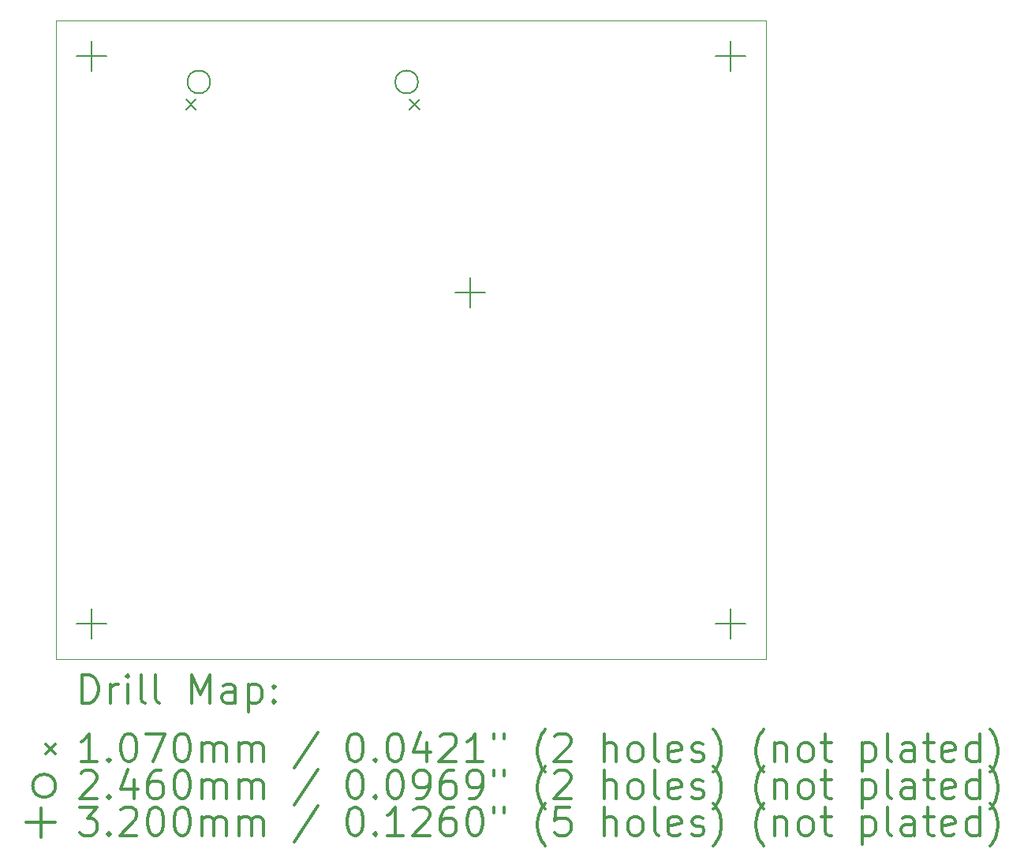
<source format=gbr>
%FSLAX45Y45*%
G04 Gerber Fmt 4.5, Leading zero omitted, Abs format (unit mm)*
G04 Created by KiCad (PCBNEW 5.1.12-84ad8e8a86~92~ubuntu20.04.1) date 2021-12-18 18:34:45*
%MOMM*%
%LPD*%
G01*
G04 APERTURE LIST*
%TA.AperFunction,Profile*%
%ADD10C,0.050000*%
%TD*%
%ADD11C,0.200000*%
%ADD12C,0.300000*%
G04 APERTURE END LIST*
D10*
X9334500Y-13462000D02*
X16954500Y-13462000D01*
X16954500Y-13462000D02*
X16954500Y-6604000D01*
X9334500Y-6604000D02*
X9334500Y-13462000D01*
X16954500Y-6604000D02*
X9334500Y-6604000D01*
D11*
X10730500Y-7452500D02*
X10837500Y-7559500D01*
X10837500Y-7452500D02*
X10730500Y-7559500D01*
X13130500Y-7452500D02*
X13237500Y-7559500D01*
X13237500Y-7452500D02*
X13130500Y-7559500D01*
X10992000Y-7262000D02*
G75*
G03*
X10992000Y-7262000I-123000J0D01*
G01*
X13222000Y-7262000D02*
G75*
G03*
X13222000Y-7262000I-123000J0D01*
G01*
X9715500Y-6825000D02*
X9715500Y-7145000D01*
X9555500Y-6985000D02*
X9875500Y-6985000D01*
X9715500Y-12921000D02*
X9715500Y-13241000D01*
X9555500Y-13081000D02*
X9875500Y-13081000D01*
X13779500Y-9365000D02*
X13779500Y-9685000D01*
X13619500Y-9525000D02*
X13939500Y-9525000D01*
X16573500Y-6825000D02*
X16573500Y-7145000D01*
X16413500Y-6985000D02*
X16733500Y-6985000D01*
X16573500Y-12921000D02*
X16573500Y-13241000D01*
X16413500Y-13081000D02*
X16733500Y-13081000D01*
D12*
X9618428Y-13930214D02*
X9618428Y-13630214D01*
X9689857Y-13630214D01*
X9732714Y-13644500D01*
X9761286Y-13673071D01*
X9775571Y-13701643D01*
X9789857Y-13758786D01*
X9789857Y-13801643D01*
X9775571Y-13858786D01*
X9761286Y-13887357D01*
X9732714Y-13915929D01*
X9689857Y-13930214D01*
X9618428Y-13930214D01*
X9918428Y-13930214D02*
X9918428Y-13730214D01*
X9918428Y-13787357D02*
X9932714Y-13758786D01*
X9947000Y-13744500D01*
X9975571Y-13730214D01*
X10004143Y-13730214D01*
X10104143Y-13930214D02*
X10104143Y-13730214D01*
X10104143Y-13630214D02*
X10089857Y-13644500D01*
X10104143Y-13658786D01*
X10118428Y-13644500D01*
X10104143Y-13630214D01*
X10104143Y-13658786D01*
X10289857Y-13930214D02*
X10261286Y-13915929D01*
X10247000Y-13887357D01*
X10247000Y-13630214D01*
X10447000Y-13930214D02*
X10418428Y-13915929D01*
X10404143Y-13887357D01*
X10404143Y-13630214D01*
X10789857Y-13930214D02*
X10789857Y-13630214D01*
X10889857Y-13844500D01*
X10989857Y-13630214D01*
X10989857Y-13930214D01*
X11261286Y-13930214D02*
X11261286Y-13773071D01*
X11247000Y-13744500D01*
X11218428Y-13730214D01*
X11161286Y-13730214D01*
X11132714Y-13744500D01*
X11261286Y-13915929D02*
X11232714Y-13930214D01*
X11161286Y-13930214D01*
X11132714Y-13915929D01*
X11118428Y-13887357D01*
X11118428Y-13858786D01*
X11132714Y-13830214D01*
X11161286Y-13815929D01*
X11232714Y-13815929D01*
X11261286Y-13801643D01*
X11404143Y-13730214D02*
X11404143Y-14030214D01*
X11404143Y-13744500D02*
X11432714Y-13730214D01*
X11489857Y-13730214D01*
X11518428Y-13744500D01*
X11532714Y-13758786D01*
X11547000Y-13787357D01*
X11547000Y-13873071D01*
X11532714Y-13901643D01*
X11518428Y-13915929D01*
X11489857Y-13930214D01*
X11432714Y-13930214D01*
X11404143Y-13915929D01*
X11675571Y-13901643D02*
X11689857Y-13915929D01*
X11675571Y-13930214D01*
X11661286Y-13915929D01*
X11675571Y-13901643D01*
X11675571Y-13930214D01*
X11675571Y-13744500D02*
X11689857Y-13758786D01*
X11675571Y-13773071D01*
X11661286Y-13758786D01*
X11675571Y-13744500D01*
X11675571Y-13773071D01*
X9225000Y-14371000D02*
X9332000Y-14478000D01*
X9332000Y-14371000D02*
X9225000Y-14478000D01*
X9775571Y-14560214D02*
X9604143Y-14560214D01*
X9689857Y-14560214D02*
X9689857Y-14260214D01*
X9661286Y-14303071D01*
X9632714Y-14331643D01*
X9604143Y-14345929D01*
X9904143Y-14531643D02*
X9918428Y-14545929D01*
X9904143Y-14560214D01*
X9889857Y-14545929D01*
X9904143Y-14531643D01*
X9904143Y-14560214D01*
X10104143Y-14260214D02*
X10132714Y-14260214D01*
X10161286Y-14274500D01*
X10175571Y-14288786D01*
X10189857Y-14317357D01*
X10204143Y-14374500D01*
X10204143Y-14445929D01*
X10189857Y-14503071D01*
X10175571Y-14531643D01*
X10161286Y-14545929D01*
X10132714Y-14560214D01*
X10104143Y-14560214D01*
X10075571Y-14545929D01*
X10061286Y-14531643D01*
X10047000Y-14503071D01*
X10032714Y-14445929D01*
X10032714Y-14374500D01*
X10047000Y-14317357D01*
X10061286Y-14288786D01*
X10075571Y-14274500D01*
X10104143Y-14260214D01*
X10304143Y-14260214D02*
X10504143Y-14260214D01*
X10375571Y-14560214D01*
X10675571Y-14260214D02*
X10704143Y-14260214D01*
X10732714Y-14274500D01*
X10747000Y-14288786D01*
X10761286Y-14317357D01*
X10775571Y-14374500D01*
X10775571Y-14445929D01*
X10761286Y-14503071D01*
X10747000Y-14531643D01*
X10732714Y-14545929D01*
X10704143Y-14560214D01*
X10675571Y-14560214D01*
X10647000Y-14545929D01*
X10632714Y-14531643D01*
X10618428Y-14503071D01*
X10604143Y-14445929D01*
X10604143Y-14374500D01*
X10618428Y-14317357D01*
X10632714Y-14288786D01*
X10647000Y-14274500D01*
X10675571Y-14260214D01*
X10904143Y-14560214D02*
X10904143Y-14360214D01*
X10904143Y-14388786D02*
X10918428Y-14374500D01*
X10947000Y-14360214D01*
X10989857Y-14360214D01*
X11018428Y-14374500D01*
X11032714Y-14403071D01*
X11032714Y-14560214D01*
X11032714Y-14403071D02*
X11047000Y-14374500D01*
X11075571Y-14360214D01*
X11118428Y-14360214D01*
X11147000Y-14374500D01*
X11161286Y-14403071D01*
X11161286Y-14560214D01*
X11304143Y-14560214D02*
X11304143Y-14360214D01*
X11304143Y-14388786D02*
X11318428Y-14374500D01*
X11347000Y-14360214D01*
X11389857Y-14360214D01*
X11418428Y-14374500D01*
X11432714Y-14403071D01*
X11432714Y-14560214D01*
X11432714Y-14403071D02*
X11447000Y-14374500D01*
X11475571Y-14360214D01*
X11518428Y-14360214D01*
X11547000Y-14374500D01*
X11561286Y-14403071D01*
X11561286Y-14560214D01*
X12147000Y-14245929D02*
X11889857Y-14631643D01*
X12532714Y-14260214D02*
X12561286Y-14260214D01*
X12589857Y-14274500D01*
X12604143Y-14288786D01*
X12618428Y-14317357D01*
X12632714Y-14374500D01*
X12632714Y-14445929D01*
X12618428Y-14503071D01*
X12604143Y-14531643D01*
X12589857Y-14545929D01*
X12561286Y-14560214D01*
X12532714Y-14560214D01*
X12504143Y-14545929D01*
X12489857Y-14531643D01*
X12475571Y-14503071D01*
X12461286Y-14445929D01*
X12461286Y-14374500D01*
X12475571Y-14317357D01*
X12489857Y-14288786D01*
X12504143Y-14274500D01*
X12532714Y-14260214D01*
X12761286Y-14531643D02*
X12775571Y-14545929D01*
X12761286Y-14560214D01*
X12747000Y-14545929D01*
X12761286Y-14531643D01*
X12761286Y-14560214D01*
X12961286Y-14260214D02*
X12989857Y-14260214D01*
X13018428Y-14274500D01*
X13032714Y-14288786D01*
X13047000Y-14317357D01*
X13061286Y-14374500D01*
X13061286Y-14445929D01*
X13047000Y-14503071D01*
X13032714Y-14531643D01*
X13018428Y-14545929D01*
X12989857Y-14560214D01*
X12961286Y-14560214D01*
X12932714Y-14545929D01*
X12918428Y-14531643D01*
X12904143Y-14503071D01*
X12889857Y-14445929D01*
X12889857Y-14374500D01*
X12904143Y-14317357D01*
X12918428Y-14288786D01*
X12932714Y-14274500D01*
X12961286Y-14260214D01*
X13318428Y-14360214D02*
X13318428Y-14560214D01*
X13247000Y-14245929D02*
X13175571Y-14460214D01*
X13361286Y-14460214D01*
X13461286Y-14288786D02*
X13475571Y-14274500D01*
X13504143Y-14260214D01*
X13575571Y-14260214D01*
X13604143Y-14274500D01*
X13618428Y-14288786D01*
X13632714Y-14317357D01*
X13632714Y-14345929D01*
X13618428Y-14388786D01*
X13447000Y-14560214D01*
X13632714Y-14560214D01*
X13918428Y-14560214D02*
X13747000Y-14560214D01*
X13832714Y-14560214D02*
X13832714Y-14260214D01*
X13804143Y-14303071D01*
X13775571Y-14331643D01*
X13747000Y-14345929D01*
X14032714Y-14260214D02*
X14032714Y-14317357D01*
X14147000Y-14260214D02*
X14147000Y-14317357D01*
X14589857Y-14674500D02*
X14575571Y-14660214D01*
X14547000Y-14617357D01*
X14532714Y-14588786D01*
X14518428Y-14545929D01*
X14504143Y-14474500D01*
X14504143Y-14417357D01*
X14518428Y-14345929D01*
X14532714Y-14303071D01*
X14547000Y-14274500D01*
X14575571Y-14231643D01*
X14589857Y-14217357D01*
X14689857Y-14288786D02*
X14704143Y-14274500D01*
X14732714Y-14260214D01*
X14804143Y-14260214D01*
X14832714Y-14274500D01*
X14847000Y-14288786D01*
X14861286Y-14317357D01*
X14861286Y-14345929D01*
X14847000Y-14388786D01*
X14675571Y-14560214D01*
X14861286Y-14560214D01*
X15218428Y-14560214D02*
X15218428Y-14260214D01*
X15347000Y-14560214D02*
X15347000Y-14403071D01*
X15332714Y-14374500D01*
X15304143Y-14360214D01*
X15261286Y-14360214D01*
X15232714Y-14374500D01*
X15218428Y-14388786D01*
X15532714Y-14560214D02*
X15504143Y-14545929D01*
X15489857Y-14531643D01*
X15475571Y-14503071D01*
X15475571Y-14417357D01*
X15489857Y-14388786D01*
X15504143Y-14374500D01*
X15532714Y-14360214D01*
X15575571Y-14360214D01*
X15604143Y-14374500D01*
X15618428Y-14388786D01*
X15632714Y-14417357D01*
X15632714Y-14503071D01*
X15618428Y-14531643D01*
X15604143Y-14545929D01*
X15575571Y-14560214D01*
X15532714Y-14560214D01*
X15804143Y-14560214D02*
X15775571Y-14545929D01*
X15761286Y-14517357D01*
X15761286Y-14260214D01*
X16032714Y-14545929D02*
X16004143Y-14560214D01*
X15947000Y-14560214D01*
X15918428Y-14545929D01*
X15904143Y-14517357D01*
X15904143Y-14403071D01*
X15918428Y-14374500D01*
X15947000Y-14360214D01*
X16004143Y-14360214D01*
X16032714Y-14374500D01*
X16047000Y-14403071D01*
X16047000Y-14431643D01*
X15904143Y-14460214D01*
X16161286Y-14545929D02*
X16189857Y-14560214D01*
X16247000Y-14560214D01*
X16275571Y-14545929D01*
X16289857Y-14517357D01*
X16289857Y-14503071D01*
X16275571Y-14474500D01*
X16247000Y-14460214D01*
X16204143Y-14460214D01*
X16175571Y-14445929D01*
X16161286Y-14417357D01*
X16161286Y-14403071D01*
X16175571Y-14374500D01*
X16204143Y-14360214D01*
X16247000Y-14360214D01*
X16275571Y-14374500D01*
X16389857Y-14674500D02*
X16404143Y-14660214D01*
X16432714Y-14617357D01*
X16447000Y-14588786D01*
X16461286Y-14545929D01*
X16475571Y-14474500D01*
X16475571Y-14417357D01*
X16461286Y-14345929D01*
X16447000Y-14303071D01*
X16432714Y-14274500D01*
X16404143Y-14231643D01*
X16389857Y-14217357D01*
X16932714Y-14674500D02*
X16918428Y-14660214D01*
X16889857Y-14617357D01*
X16875571Y-14588786D01*
X16861286Y-14545929D01*
X16847000Y-14474500D01*
X16847000Y-14417357D01*
X16861286Y-14345929D01*
X16875571Y-14303071D01*
X16889857Y-14274500D01*
X16918428Y-14231643D01*
X16932714Y-14217357D01*
X17047000Y-14360214D02*
X17047000Y-14560214D01*
X17047000Y-14388786D02*
X17061286Y-14374500D01*
X17089857Y-14360214D01*
X17132714Y-14360214D01*
X17161286Y-14374500D01*
X17175571Y-14403071D01*
X17175571Y-14560214D01*
X17361286Y-14560214D02*
X17332714Y-14545929D01*
X17318428Y-14531643D01*
X17304143Y-14503071D01*
X17304143Y-14417357D01*
X17318428Y-14388786D01*
X17332714Y-14374500D01*
X17361286Y-14360214D01*
X17404143Y-14360214D01*
X17432714Y-14374500D01*
X17447000Y-14388786D01*
X17461286Y-14417357D01*
X17461286Y-14503071D01*
X17447000Y-14531643D01*
X17432714Y-14545929D01*
X17404143Y-14560214D01*
X17361286Y-14560214D01*
X17547000Y-14360214D02*
X17661286Y-14360214D01*
X17589857Y-14260214D02*
X17589857Y-14517357D01*
X17604143Y-14545929D01*
X17632714Y-14560214D01*
X17661286Y-14560214D01*
X17989857Y-14360214D02*
X17989857Y-14660214D01*
X17989857Y-14374500D02*
X18018428Y-14360214D01*
X18075571Y-14360214D01*
X18104143Y-14374500D01*
X18118428Y-14388786D01*
X18132714Y-14417357D01*
X18132714Y-14503071D01*
X18118428Y-14531643D01*
X18104143Y-14545929D01*
X18075571Y-14560214D01*
X18018428Y-14560214D01*
X17989857Y-14545929D01*
X18304143Y-14560214D02*
X18275571Y-14545929D01*
X18261286Y-14517357D01*
X18261286Y-14260214D01*
X18547000Y-14560214D02*
X18547000Y-14403071D01*
X18532714Y-14374500D01*
X18504143Y-14360214D01*
X18447000Y-14360214D01*
X18418428Y-14374500D01*
X18547000Y-14545929D02*
X18518428Y-14560214D01*
X18447000Y-14560214D01*
X18418428Y-14545929D01*
X18404143Y-14517357D01*
X18404143Y-14488786D01*
X18418428Y-14460214D01*
X18447000Y-14445929D01*
X18518428Y-14445929D01*
X18547000Y-14431643D01*
X18647000Y-14360214D02*
X18761286Y-14360214D01*
X18689857Y-14260214D02*
X18689857Y-14517357D01*
X18704143Y-14545929D01*
X18732714Y-14560214D01*
X18761286Y-14560214D01*
X18975571Y-14545929D02*
X18947000Y-14560214D01*
X18889857Y-14560214D01*
X18861286Y-14545929D01*
X18847000Y-14517357D01*
X18847000Y-14403071D01*
X18861286Y-14374500D01*
X18889857Y-14360214D01*
X18947000Y-14360214D01*
X18975571Y-14374500D01*
X18989857Y-14403071D01*
X18989857Y-14431643D01*
X18847000Y-14460214D01*
X19247000Y-14560214D02*
X19247000Y-14260214D01*
X19247000Y-14545929D02*
X19218428Y-14560214D01*
X19161286Y-14560214D01*
X19132714Y-14545929D01*
X19118428Y-14531643D01*
X19104143Y-14503071D01*
X19104143Y-14417357D01*
X19118428Y-14388786D01*
X19132714Y-14374500D01*
X19161286Y-14360214D01*
X19218428Y-14360214D01*
X19247000Y-14374500D01*
X19361286Y-14674500D02*
X19375571Y-14660214D01*
X19404143Y-14617357D01*
X19418428Y-14588786D01*
X19432714Y-14545929D01*
X19447000Y-14474500D01*
X19447000Y-14417357D01*
X19432714Y-14345929D01*
X19418428Y-14303071D01*
X19404143Y-14274500D01*
X19375571Y-14231643D01*
X19361286Y-14217357D01*
X9332000Y-14820500D02*
G75*
G03*
X9332000Y-14820500I-123000J0D01*
G01*
X9604143Y-14684786D02*
X9618428Y-14670500D01*
X9647000Y-14656214D01*
X9718428Y-14656214D01*
X9747000Y-14670500D01*
X9761286Y-14684786D01*
X9775571Y-14713357D01*
X9775571Y-14741929D01*
X9761286Y-14784786D01*
X9589857Y-14956214D01*
X9775571Y-14956214D01*
X9904143Y-14927643D02*
X9918428Y-14941929D01*
X9904143Y-14956214D01*
X9889857Y-14941929D01*
X9904143Y-14927643D01*
X9904143Y-14956214D01*
X10175571Y-14756214D02*
X10175571Y-14956214D01*
X10104143Y-14641929D02*
X10032714Y-14856214D01*
X10218428Y-14856214D01*
X10461286Y-14656214D02*
X10404143Y-14656214D01*
X10375571Y-14670500D01*
X10361286Y-14684786D01*
X10332714Y-14727643D01*
X10318428Y-14784786D01*
X10318428Y-14899071D01*
X10332714Y-14927643D01*
X10347000Y-14941929D01*
X10375571Y-14956214D01*
X10432714Y-14956214D01*
X10461286Y-14941929D01*
X10475571Y-14927643D01*
X10489857Y-14899071D01*
X10489857Y-14827643D01*
X10475571Y-14799071D01*
X10461286Y-14784786D01*
X10432714Y-14770500D01*
X10375571Y-14770500D01*
X10347000Y-14784786D01*
X10332714Y-14799071D01*
X10318428Y-14827643D01*
X10675571Y-14656214D02*
X10704143Y-14656214D01*
X10732714Y-14670500D01*
X10747000Y-14684786D01*
X10761286Y-14713357D01*
X10775571Y-14770500D01*
X10775571Y-14841929D01*
X10761286Y-14899071D01*
X10747000Y-14927643D01*
X10732714Y-14941929D01*
X10704143Y-14956214D01*
X10675571Y-14956214D01*
X10647000Y-14941929D01*
X10632714Y-14927643D01*
X10618428Y-14899071D01*
X10604143Y-14841929D01*
X10604143Y-14770500D01*
X10618428Y-14713357D01*
X10632714Y-14684786D01*
X10647000Y-14670500D01*
X10675571Y-14656214D01*
X10904143Y-14956214D02*
X10904143Y-14756214D01*
X10904143Y-14784786D02*
X10918428Y-14770500D01*
X10947000Y-14756214D01*
X10989857Y-14756214D01*
X11018428Y-14770500D01*
X11032714Y-14799071D01*
X11032714Y-14956214D01*
X11032714Y-14799071D02*
X11047000Y-14770500D01*
X11075571Y-14756214D01*
X11118428Y-14756214D01*
X11147000Y-14770500D01*
X11161286Y-14799071D01*
X11161286Y-14956214D01*
X11304143Y-14956214D02*
X11304143Y-14756214D01*
X11304143Y-14784786D02*
X11318428Y-14770500D01*
X11347000Y-14756214D01*
X11389857Y-14756214D01*
X11418428Y-14770500D01*
X11432714Y-14799071D01*
X11432714Y-14956214D01*
X11432714Y-14799071D02*
X11447000Y-14770500D01*
X11475571Y-14756214D01*
X11518428Y-14756214D01*
X11547000Y-14770500D01*
X11561286Y-14799071D01*
X11561286Y-14956214D01*
X12147000Y-14641929D02*
X11889857Y-15027643D01*
X12532714Y-14656214D02*
X12561286Y-14656214D01*
X12589857Y-14670500D01*
X12604143Y-14684786D01*
X12618428Y-14713357D01*
X12632714Y-14770500D01*
X12632714Y-14841929D01*
X12618428Y-14899071D01*
X12604143Y-14927643D01*
X12589857Y-14941929D01*
X12561286Y-14956214D01*
X12532714Y-14956214D01*
X12504143Y-14941929D01*
X12489857Y-14927643D01*
X12475571Y-14899071D01*
X12461286Y-14841929D01*
X12461286Y-14770500D01*
X12475571Y-14713357D01*
X12489857Y-14684786D01*
X12504143Y-14670500D01*
X12532714Y-14656214D01*
X12761286Y-14927643D02*
X12775571Y-14941929D01*
X12761286Y-14956214D01*
X12747000Y-14941929D01*
X12761286Y-14927643D01*
X12761286Y-14956214D01*
X12961286Y-14656214D02*
X12989857Y-14656214D01*
X13018428Y-14670500D01*
X13032714Y-14684786D01*
X13047000Y-14713357D01*
X13061286Y-14770500D01*
X13061286Y-14841929D01*
X13047000Y-14899071D01*
X13032714Y-14927643D01*
X13018428Y-14941929D01*
X12989857Y-14956214D01*
X12961286Y-14956214D01*
X12932714Y-14941929D01*
X12918428Y-14927643D01*
X12904143Y-14899071D01*
X12889857Y-14841929D01*
X12889857Y-14770500D01*
X12904143Y-14713357D01*
X12918428Y-14684786D01*
X12932714Y-14670500D01*
X12961286Y-14656214D01*
X13204143Y-14956214D02*
X13261286Y-14956214D01*
X13289857Y-14941929D01*
X13304143Y-14927643D01*
X13332714Y-14884786D01*
X13347000Y-14827643D01*
X13347000Y-14713357D01*
X13332714Y-14684786D01*
X13318428Y-14670500D01*
X13289857Y-14656214D01*
X13232714Y-14656214D01*
X13204143Y-14670500D01*
X13189857Y-14684786D01*
X13175571Y-14713357D01*
X13175571Y-14784786D01*
X13189857Y-14813357D01*
X13204143Y-14827643D01*
X13232714Y-14841929D01*
X13289857Y-14841929D01*
X13318428Y-14827643D01*
X13332714Y-14813357D01*
X13347000Y-14784786D01*
X13604143Y-14656214D02*
X13547000Y-14656214D01*
X13518428Y-14670500D01*
X13504143Y-14684786D01*
X13475571Y-14727643D01*
X13461286Y-14784786D01*
X13461286Y-14899071D01*
X13475571Y-14927643D01*
X13489857Y-14941929D01*
X13518428Y-14956214D01*
X13575571Y-14956214D01*
X13604143Y-14941929D01*
X13618428Y-14927643D01*
X13632714Y-14899071D01*
X13632714Y-14827643D01*
X13618428Y-14799071D01*
X13604143Y-14784786D01*
X13575571Y-14770500D01*
X13518428Y-14770500D01*
X13489857Y-14784786D01*
X13475571Y-14799071D01*
X13461286Y-14827643D01*
X13775571Y-14956214D02*
X13832714Y-14956214D01*
X13861286Y-14941929D01*
X13875571Y-14927643D01*
X13904143Y-14884786D01*
X13918428Y-14827643D01*
X13918428Y-14713357D01*
X13904143Y-14684786D01*
X13889857Y-14670500D01*
X13861286Y-14656214D01*
X13804143Y-14656214D01*
X13775571Y-14670500D01*
X13761286Y-14684786D01*
X13747000Y-14713357D01*
X13747000Y-14784786D01*
X13761286Y-14813357D01*
X13775571Y-14827643D01*
X13804143Y-14841929D01*
X13861286Y-14841929D01*
X13889857Y-14827643D01*
X13904143Y-14813357D01*
X13918428Y-14784786D01*
X14032714Y-14656214D02*
X14032714Y-14713357D01*
X14147000Y-14656214D02*
X14147000Y-14713357D01*
X14589857Y-15070500D02*
X14575571Y-15056214D01*
X14547000Y-15013357D01*
X14532714Y-14984786D01*
X14518428Y-14941929D01*
X14504143Y-14870500D01*
X14504143Y-14813357D01*
X14518428Y-14741929D01*
X14532714Y-14699071D01*
X14547000Y-14670500D01*
X14575571Y-14627643D01*
X14589857Y-14613357D01*
X14689857Y-14684786D02*
X14704143Y-14670500D01*
X14732714Y-14656214D01*
X14804143Y-14656214D01*
X14832714Y-14670500D01*
X14847000Y-14684786D01*
X14861286Y-14713357D01*
X14861286Y-14741929D01*
X14847000Y-14784786D01*
X14675571Y-14956214D01*
X14861286Y-14956214D01*
X15218428Y-14956214D02*
X15218428Y-14656214D01*
X15347000Y-14956214D02*
X15347000Y-14799071D01*
X15332714Y-14770500D01*
X15304143Y-14756214D01*
X15261286Y-14756214D01*
X15232714Y-14770500D01*
X15218428Y-14784786D01*
X15532714Y-14956214D02*
X15504143Y-14941929D01*
X15489857Y-14927643D01*
X15475571Y-14899071D01*
X15475571Y-14813357D01*
X15489857Y-14784786D01*
X15504143Y-14770500D01*
X15532714Y-14756214D01*
X15575571Y-14756214D01*
X15604143Y-14770500D01*
X15618428Y-14784786D01*
X15632714Y-14813357D01*
X15632714Y-14899071D01*
X15618428Y-14927643D01*
X15604143Y-14941929D01*
X15575571Y-14956214D01*
X15532714Y-14956214D01*
X15804143Y-14956214D02*
X15775571Y-14941929D01*
X15761286Y-14913357D01*
X15761286Y-14656214D01*
X16032714Y-14941929D02*
X16004143Y-14956214D01*
X15947000Y-14956214D01*
X15918428Y-14941929D01*
X15904143Y-14913357D01*
X15904143Y-14799071D01*
X15918428Y-14770500D01*
X15947000Y-14756214D01*
X16004143Y-14756214D01*
X16032714Y-14770500D01*
X16047000Y-14799071D01*
X16047000Y-14827643D01*
X15904143Y-14856214D01*
X16161286Y-14941929D02*
X16189857Y-14956214D01*
X16247000Y-14956214D01*
X16275571Y-14941929D01*
X16289857Y-14913357D01*
X16289857Y-14899071D01*
X16275571Y-14870500D01*
X16247000Y-14856214D01*
X16204143Y-14856214D01*
X16175571Y-14841929D01*
X16161286Y-14813357D01*
X16161286Y-14799071D01*
X16175571Y-14770500D01*
X16204143Y-14756214D01*
X16247000Y-14756214D01*
X16275571Y-14770500D01*
X16389857Y-15070500D02*
X16404143Y-15056214D01*
X16432714Y-15013357D01*
X16447000Y-14984786D01*
X16461286Y-14941929D01*
X16475571Y-14870500D01*
X16475571Y-14813357D01*
X16461286Y-14741929D01*
X16447000Y-14699071D01*
X16432714Y-14670500D01*
X16404143Y-14627643D01*
X16389857Y-14613357D01*
X16932714Y-15070500D02*
X16918428Y-15056214D01*
X16889857Y-15013357D01*
X16875571Y-14984786D01*
X16861286Y-14941929D01*
X16847000Y-14870500D01*
X16847000Y-14813357D01*
X16861286Y-14741929D01*
X16875571Y-14699071D01*
X16889857Y-14670500D01*
X16918428Y-14627643D01*
X16932714Y-14613357D01*
X17047000Y-14756214D02*
X17047000Y-14956214D01*
X17047000Y-14784786D02*
X17061286Y-14770500D01*
X17089857Y-14756214D01*
X17132714Y-14756214D01*
X17161286Y-14770500D01*
X17175571Y-14799071D01*
X17175571Y-14956214D01*
X17361286Y-14956214D02*
X17332714Y-14941929D01*
X17318428Y-14927643D01*
X17304143Y-14899071D01*
X17304143Y-14813357D01*
X17318428Y-14784786D01*
X17332714Y-14770500D01*
X17361286Y-14756214D01*
X17404143Y-14756214D01*
X17432714Y-14770500D01*
X17447000Y-14784786D01*
X17461286Y-14813357D01*
X17461286Y-14899071D01*
X17447000Y-14927643D01*
X17432714Y-14941929D01*
X17404143Y-14956214D01*
X17361286Y-14956214D01*
X17547000Y-14756214D02*
X17661286Y-14756214D01*
X17589857Y-14656214D02*
X17589857Y-14913357D01*
X17604143Y-14941929D01*
X17632714Y-14956214D01*
X17661286Y-14956214D01*
X17989857Y-14756214D02*
X17989857Y-15056214D01*
X17989857Y-14770500D02*
X18018428Y-14756214D01*
X18075571Y-14756214D01*
X18104143Y-14770500D01*
X18118428Y-14784786D01*
X18132714Y-14813357D01*
X18132714Y-14899071D01*
X18118428Y-14927643D01*
X18104143Y-14941929D01*
X18075571Y-14956214D01*
X18018428Y-14956214D01*
X17989857Y-14941929D01*
X18304143Y-14956214D02*
X18275571Y-14941929D01*
X18261286Y-14913357D01*
X18261286Y-14656214D01*
X18547000Y-14956214D02*
X18547000Y-14799071D01*
X18532714Y-14770500D01*
X18504143Y-14756214D01*
X18447000Y-14756214D01*
X18418428Y-14770500D01*
X18547000Y-14941929D02*
X18518428Y-14956214D01*
X18447000Y-14956214D01*
X18418428Y-14941929D01*
X18404143Y-14913357D01*
X18404143Y-14884786D01*
X18418428Y-14856214D01*
X18447000Y-14841929D01*
X18518428Y-14841929D01*
X18547000Y-14827643D01*
X18647000Y-14756214D02*
X18761286Y-14756214D01*
X18689857Y-14656214D02*
X18689857Y-14913357D01*
X18704143Y-14941929D01*
X18732714Y-14956214D01*
X18761286Y-14956214D01*
X18975571Y-14941929D02*
X18947000Y-14956214D01*
X18889857Y-14956214D01*
X18861286Y-14941929D01*
X18847000Y-14913357D01*
X18847000Y-14799071D01*
X18861286Y-14770500D01*
X18889857Y-14756214D01*
X18947000Y-14756214D01*
X18975571Y-14770500D01*
X18989857Y-14799071D01*
X18989857Y-14827643D01*
X18847000Y-14856214D01*
X19247000Y-14956214D02*
X19247000Y-14656214D01*
X19247000Y-14941929D02*
X19218428Y-14956214D01*
X19161286Y-14956214D01*
X19132714Y-14941929D01*
X19118428Y-14927643D01*
X19104143Y-14899071D01*
X19104143Y-14813357D01*
X19118428Y-14784786D01*
X19132714Y-14770500D01*
X19161286Y-14756214D01*
X19218428Y-14756214D01*
X19247000Y-14770500D01*
X19361286Y-15070500D02*
X19375571Y-15056214D01*
X19404143Y-15013357D01*
X19418428Y-14984786D01*
X19432714Y-14941929D01*
X19447000Y-14870500D01*
X19447000Y-14813357D01*
X19432714Y-14741929D01*
X19418428Y-14699071D01*
X19404143Y-14670500D01*
X19375571Y-14627643D01*
X19361286Y-14613357D01*
X9172000Y-15056500D02*
X9172000Y-15376500D01*
X9012000Y-15216500D02*
X9332000Y-15216500D01*
X9589857Y-15052214D02*
X9775571Y-15052214D01*
X9675571Y-15166500D01*
X9718428Y-15166500D01*
X9747000Y-15180786D01*
X9761286Y-15195071D01*
X9775571Y-15223643D01*
X9775571Y-15295071D01*
X9761286Y-15323643D01*
X9747000Y-15337929D01*
X9718428Y-15352214D01*
X9632714Y-15352214D01*
X9604143Y-15337929D01*
X9589857Y-15323643D01*
X9904143Y-15323643D02*
X9918428Y-15337929D01*
X9904143Y-15352214D01*
X9889857Y-15337929D01*
X9904143Y-15323643D01*
X9904143Y-15352214D01*
X10032714Y-15080786D02*
X10047000Y-15066500D01*
X10075571Y-15052214D01*
X10147000Y-15052214D01*
X10175571Y-15066500D01*
X10189857Y-15080786D01*
X10204143Y-15109357D01*
X10204143Y-15137929D01*
X10189857Y-15180786D01*
X10018428Y-15352214D01*
X10204143Y-15352214D01*
X10389857Y-15052214D02*
X10418428Y-15052214D01*
X10447000Y-15066500D01*
X10461286Y-15080786D01*
X10475571Y-15109357D01*
X10489857Y-15166500D01*
X10489857Y-15237929D01*
X10475571Y-15295071D01*
X10461286Y-15323643D01*
X10447000Y-15337929D01*
X10418428Y-15352214D01*
X10389857Y-15352214D01*
X10361286Y-15337929D01*
X10347000Y-15323643D01*
X10332714Y-15295071D01*
X10318428Y-15237929D01*
X10318428Y-15166500D01*
X10332714Y-15109357D01*
X10347000Y-15080786D01*
X10361286Y-15066500D01*
X10389857Y-15052214D01*
X10675571Y-15052214D02*
X10704143Y-15052214D01*
X10732714Y-15066500D01*
X10747000Y-15080786D01*
X10761286Y-15109357D01*
X10775571Y-15166500D01*
X10775571Y-15237929D01*
X10761286Y-15295071D01*
X10747000Y-15323643D01*
X10732714Y-15337929D01*
X10704143Y-15352214D01*
X10675571Y-15352214D01*
X10647000Y-15337929D01*
X10632714Y-15323643D01*
X10618428Y-15295071D01*
X10604143Y-15237929D01*
X10604143Y-15166500D01*
X10618428Y-15109357D01*
X10632714Y-15080786D01*
X10647000Y-15066500D01*
X10675571Y-15052214D01*
X10904143Y-15352214D02*
X10904143Y-15152214D01*
X10904143Y-15180786D02*
X10918428Y-15166500D01*
X10947000Y-15152214D01*
X10989857Y-15152214D01*
X11018428Y-15166500D01*
X11032714Y-15195071D01*
X11032714Y-15352214D01*
X11032714Y-15195071D02*
X11047000Y-15166500D01*
X11075571Y-15152214D01*
X11118428Y-15152214D01*
X11147000Y-15166500D01*
X11161286Y-15195071D01*
X11161286Y-15352214D01*
X11304143Y-15352214D02*
X11304143Y-15152214D01*
X11304143Y-15180786D02*
X11318428Y-15166500D01*
X11347000Y-15152214D01*
X11389857Y-15152214D01*
X11418428Y-15166500D01*
X11432714Y-15195071D01*
X11432714Y-15352214D01*
X11432714Y-15195071D02*
X11447000Y-15166500D01*
X11475571Y-15152214D01*
X11518428Y-15152214D01*
X11547000Y-15166500D01*
X11561286Y-15195071D01*
X11561286Y-15352214D01*
X12147000Y-15037929D02*
X11889857Y-15423643D01*
X12532714Y-15052214D02*
X12561286Y-15052214D01*
X12589857Y-15066500D01*
X12604143Y-15080786D01*
X12618428Y-15109357D01*
X12632714Y-15166500D01*
X12632714Y-15237929D01*
X12618428Y-15295071D01*
X12604143Y-15323643D01*
X12589857Y-15337929D01*
X12561286Y-15352214D01*
X12532714Y-15352214D01*
X12504143Y-15337929D01*
X12489857Y-15323643D01*
X12475571Y-15295071D01*
X12461286Y-15237929D01*
X12461286Y-15166500D01*
X12475571Y-15109357D01*
X12489857Y-15080786D01*
X12504143Y-15066500D01*
X12532714Y-15052214D01*
X12761286Y-15323643D02*
X12775571Y-15337929D01*
X12761286Y-15352214D01*
X12747000Y-15337929D01*
X12761286Y-15323643D01*
X12761286Y-15352214D01*
X13061286Y-15352214D02*
X12889857Y-15352214D01*
X12975571Y-15352214D02*
X12975571Y-15052214D01*
X12947000Y-15095071D01*
X12918428Y-15123643D01*
X12889857Y-15137929D01*
X13175571Y-15080786D02*
X13189857Y-15066500D01*
X13218428Y-15052214D01*
X13289857Y-15052214D01*
X13318428Y-15066500D01*
X13332714Y-15080786D01*
X13347000Y-15109357D01*
X13347000Y-15137929D01*
X13332714Y-15180786D01*
X13161286Y-15352214D01*
X13347000Y-15352214D01*
X13604143Y-15052214D02*
X13547000Y-15052214D01*
X13518428Y-15066500D01*
X13504143Y-15080786D01*
X13475571Y-15123643D01*
X13461286Y-15180786D01*
X13461286Y-15295071D01*
X13475571Y-15323643D01*
X13489857Y-15337929D01*
X13518428Y-15352214D01*
X13575571Y-15352214D01*
X13604143Y-15337929D01*
X13618428Y-15323643D01*
X13632714Y-15295071D01*
X13632714Y-15223643D01*
X13618428Y-15195071D01*
X13604143Y-15180786D01*
X13575571Y-15166500D01*
X13518428Y-15166500D01*
X13489857Y-15180786D01*
X13475571Y-15195071D01*
X13461286Y-15223643D01*
X13818428Y-15052214D02*
X13847000Y-15052214D01*
X13875571Y-15066500D01*
X13889857Y-15080786D01*
X13904143Y-15109357D01*
X13918428Y-15166500D01*
X13918428Y-15237929D01*
X13904143Y-15295071D01*
X13889857Y-15323643D01*
X13875571Y-15337929D01*
X13847000Y-15352214D01*
X13818428Y-15352214D01*
X13789857Y-15337929D01*
X13775571Y-15323643D01*
X13761286Y-15295071D01*
X13747000Y-15237929D01*
X13747000Y-15166500D01*
X13761286Y-15109357D01*
X13775571Y-15080786D01*
X13789857Y-15066500D01*
X13818428Y-15052214D01*
X14032714Y-15052214D02*
X14032714Y-15109357D01*
X14147000Y-15052214D02*
X14147000Y-15109357D01*
X14589857Y-15466500D02*
X14575571Y-15452214D01*
X14547000Y-15409357D01*
X14532714Y-15380786D01*
X14518428Y-15337929D01*
X14504143Y-15266500D01*
X14504143Y-15209357D01*
X14518428Y-15137929D01*
X14532714Y-15095071D01*
X14547000Y-15066500D01*
X14575571Y-15023643D01*
X14589857Y-15009357D01*
X14847000Y-15052214D02*
X14704143Y-15052214D01*
X14689857Y-15195071D01*
X14704143Y-15180786D01*
X14732714Y-15166500D01*
X14804143Y-15166500D01*
X14832714Y-15180786D01*
X14847000Y-15195071D01*
X14861286Y-15223643D01*
X14861286Y-15295071D01*
X14847000Y-15323643D01*
X14832714Y-15337929D01*
X14804143Y-15352214D01*
X14732714Y-15352214D01*
X14704143Y-15337929D01*
X14689857Y-15323643D01*
X15218428Y-15352214D02*
X15218428Y-15052214D01*
X15347000Y-15352214D02*
X15347000Y-15195071D01*
X15332714Y-15166500D01*
X15304143Y-15152214D01*
X15261286Y-15152214D01*
X15232714Y-15166500D01*
X15218428Y-15180786D01*
X15532714Y-15352214D02*
X15504143Y-15337929D01*
X15489857Y-15323643D01*
X15475571Y-15295071D01*
X15475571Y-15209357D01*
X15489857Y-15180786D01*
X15504143Y-15166500D01*
X15532714Y-15152214D01*
X15575571Y-15152214D01*
X15604143Y-15166500D01*
X15618428Y-15180786D01*
X15632714Y-15209357D01*
X15632714Y-15295071D01*
X15618428Y-15323643D01*
X15604143Y-15337929D01*
X15575571Y-15352214D01*
X15532714Y-15352214D01*
X15804143Y-15352214D02*
X15775571Y-15337929D01*
X15761286Y-15309357D01*
X15761286Y-15052214D01*
X16032714Y-15337929D02*
X16004143Y-15352214D01*
X15947000Y-15352214D01*
X15918428Y-15337929D01*
X15904143Y-15309357D01*
X15904143Y-15195071D01*
X15918428Y-15166500D01*
X15947000Y-15152214D01*
X16004143Y-15152214D01*
X16032714Y-15166500D01*
X16047000Y-15195071D01*
X16047000Y-15223643D01*
X15904143Y-15252214D01*
X16161286Y-15337929D02*
X16189857Y-15352214D01*
X16247000Y-15352214D01*
X16275571Y-15337929D01*
X16289857Y-15309357D01*
X16289857Y-15295071D01*
X16275571Y-15266500D01*
X16247000Y-15252214D01*
X16204143Y-15252214D01*
X16175571Y-15237929D01*
X16161286Y-15209357D01*
X16161286Y-15195071D01*
X16175571Y-15166500D01*
X16204143Y-15152214D01*
X16247000Y-15152214D01*
X16275571Y-15166500D01*
X16389857Y-15466500D02*
X16404143Y-15452214D01*
X16432714Y-15409357D01*
X16447000Y-15380786D01*
X16461286Y-15337929D01*
X16475571Y-15266500D01*
X16475571Y-15209357D01*
X16461286Y-15137929D01*
X16447000Y-15095071D01*
X16432714Y-15066500D01*
X16404143Y-15023643D01*
X16389857Y-15009357D01*
X16932714Y-15466500D02*
X16918428Y-15452214D01*
X16889857Y-15409357D01*
X16875571Y-15380786D01*
X16861286Y-15337929D01*
X16847000Y-15266500D01*
X16847000Y-15209357D01*
X16861286Y-15137929D01*
X16875571Y-15095071D01*
X16889857Y-15066500D01*
X16918428Y-15023643D01*
X16932714Y-15009357D01*
X17047000Y-15152214D02*
X17047000Y-15352214D01*
X17047000Y-15180786D02*
X17061286Y-15166500D01*
X17089857Y-15152214D01*
X17132714Y-15152214D01*
X17161286Y-15166500D01*
X17175571Y-15195071D01*
X17175571Y-15352214D01*
X17361286Y-15352214D02*
X17332714Y-15337929D01*
X17318428Y-15323643D01*
X17304143Y-15295071D01*
X17304143Y-15209357D01*
X17318428Y-15180786D01*
X17332714Y-15166500D01*
X17361286Y-15152214D01*
X17404143Y-15152214D01*
X17432714Y-15166500D01*
X17447000Y-15180786D01*
X17461286Y-15209357D01*
X17461286Y-15295071D01*
X17447000Y-15323643D01*
X17432714Y-15337929D01*
X17404143Y-15352214D01*
X17361286Y-15352214D01*
X17547000Y-15152214D02*
X17661286Y-15152214D01*
X17589857Y-15052214D02*
X17589857Y-15309357D01*
X17604143Y-15337929D01*
X17632714Y-15352214D01*
X17661286Y-15352214D01*
X17989857Y-15152214D02*
X17989857Y-15452214D01*
X17989857Y-15166500D02*
X18018428Y-15152214D01*
X18075571Y-15152214D01*
X18104143Y-15166500D01*
X18118428Y-15180786D01*
X18132714Y-15209357D01*
X18132714Y-15295071D01*
X18118428Y-15323643D01*
X18104143Y-15337929D01*
X18075571Y-15352214D01*
X18018428Y-15352214D01*
X17989857Y-15337929D01*
X18304143Y-15352214D02*
X18275571Y-15337929D01*
X18261286Y-15309357D01*
X18261286Y-15052214D01*
X18547000Y-15352214D02*
X18547000Y-15195071D01*
X18532714Y-15166500D01*
X18504143Y-15152214D01*
X18447000Y-15152214D01*
X18418428Y-15166500D01*
X18547000Y-15337929D02*
X18518428Y-15352214D01*
X18447000Y-15352214D01*
X18418428Y-15337929D01*
X18404143Y-15309357D01*
X18404143Y-15280786D01*
X18418428Y-15252214D01*
X18447000Y-15237929D01*
X18518428Y-15237929D01*
X18547000Y-15223643D01*
X18647000Y-15152214D02*
X18761286Y-15152214D01*
X18689857Y-15052214D02*
X18689857Y-15309357D01*
X18704143Y-15337929D01*
X18732714Y-15352214D01*
X18761286Y-15352214D01*
X18975571Y-15337929D02*
X18947000Y-15352214D01*
X18889857Y-15352214D01*
X18861286Y-15337929D01*
X18847000Y-15309357D01*
X18847000Y-15195071D01*
X18861286Y-15166500D01*
X18889857Y-15152214D01*
X18947000Y-15152214D01*
X18975571Y-15166500D01*
X18989857Y-15195071D01*
X18989857Y-15223643D01*
X18847000Y-15252214D01*
X19247000Y-15352214D02*
X19247000Y-15052214D01*
X19247000Y-15337929D02*
X19218428Y-15352214D01*
X19161286Y-15352214D01*
X19132714Y-15337929D01*
X19118428Y-15323643D01*
X19104143Y-15295071D01*
X19104143Y-15209357D01*
X19118428Y-15180786D01*
X19132714Y-15166500D01*
X19161286Y-15152214D01*
X19218428Y-15152214D01*
X19247000Y-15166500D01*
X19361286Y-15466500D02*
X19375571Y-15452214D01*
X19404143Y-15409357D01*
X19418428Y-15380786D01*
X19432714Y-15337929D01*
X19447000Y-15266500D01*
X19447000Y-15209357D01*
X19432714Y-15137929D01*
X19418428Y-15095071D01*
X19404143Y-15066500D01*
X19375571Y-15023643D01*
X19361286Y-15009357D01*
M02*

</source>
